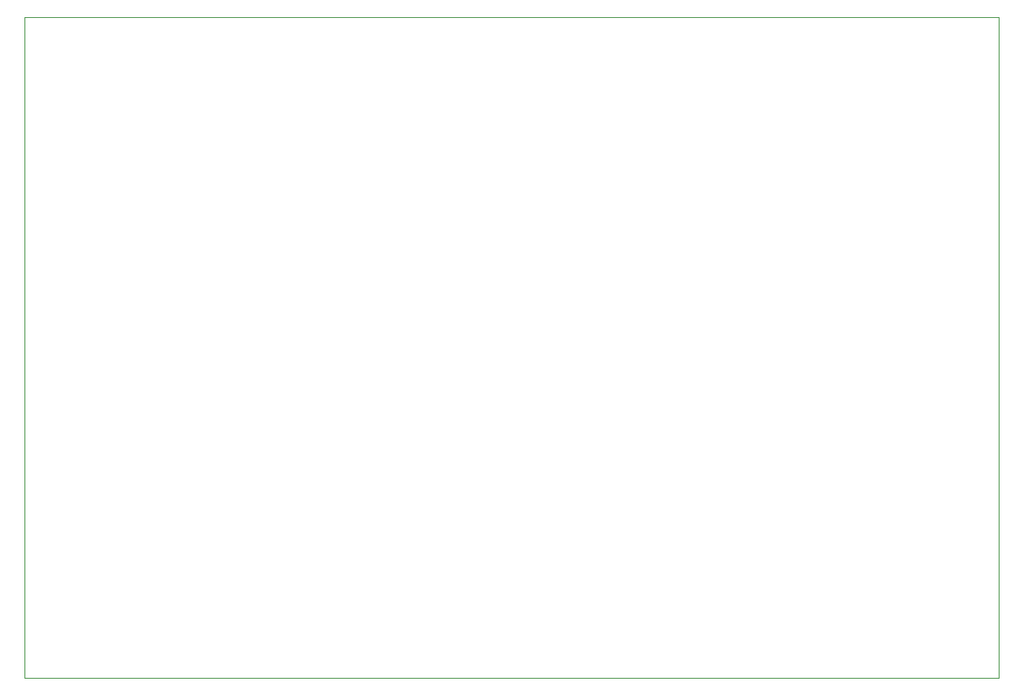
<source format=gbr>
%TF.GenerationSoftware,KiCad,Pcbnew,7.0.5*%
%TF.CreationDate,2023-12-19T10:50:23-08:00*%
%TF.ProjectId,Pi1_PiHat,5069315f-5069-4486-9174-2e6b69636164,rev?*%
%TF.SameCoordinates,Original*%
%TF.FileFunction,Profile,NP*%
%FSLAX46Y46*%
G04 Gerber Fmt 4.6, Leading zero omitted, Abs format (unit mm)*
G04 Created by KiCad (PCBNEW 7.0.5) date 2023-12-19 10:50:23*
%MOMM*%
%LPD*%
G01*
G04 APERTURE LIST*
%TA.AperFunction,Profile*%
%ADD10C,0.100000*%
%TD*%
G04 APERTURE END LIST*
D10*
X107188000Y-71120000D02*
X208280000Y-71120000D01*
X208280000Y-139700000D01*
X107188000Y-139700000D01*
X107188000Y-71120000D01*
M02*

</source>
